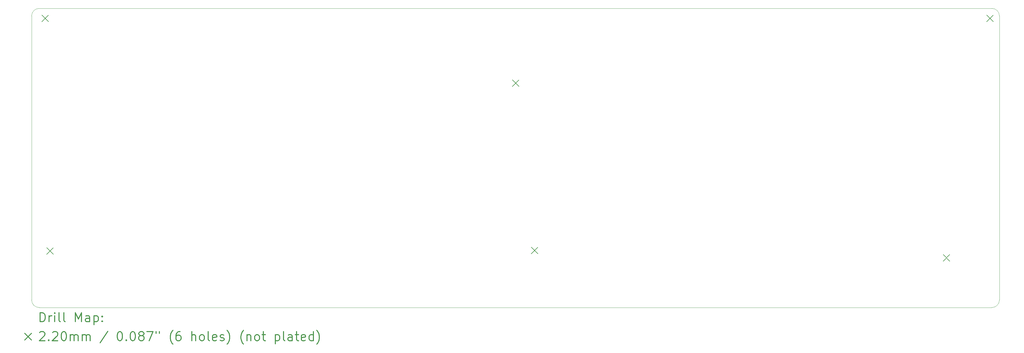
<source format=gbr>
%FSLAX45Y45*%
G04 Gerber Fmt 4.5, Leading zero omitted, Abs format (unit mm)*
G04 Created by KiCad (PCBNEW (5.1.9)-1) date 2021-05-17 18:03:41*
%MOMM*%
%LPD*%
G01*
G04 APERTURE LIST*
%TA.AperFunction,Profile*%
%ADD10C,0.100000*%
%TD*%
%ADD11C,0.200000*%
%ADD12C,0.300000*%
G04 APERTURE END LIST*
D10*
X38530000Y-19445000D02*
X38530000Y-10015000D01*
X6450000Y-19445000D02*
X6450000Y-10015000D01*
X6450000Y-10015000D02*
G75*
G02*
X6700000Y-9765000I250000J0D01*
G01*
X38530000Y-19445000D02*
G75*
G02*
X38280000Y-19695000I-250000J0D01*
G01*
X6700000Y-19695000D02*
G75*
G02*
X6450000Y-19445000I0J250000D01*
G01*
X38280000Y-9765000D02*
G75*
G02*
X38530000Y-10015000I0J-250000D01*
G01*
X6700000Y-19695000D02*
X38280000Y-19695000D01*
X38280000Y-9765000D02*
X6700000Y-9765000D01*
D11*
X6790000Y-9990000D02*
X7010000Y-10210000D01*
X7010000Y-9990000D02*
X6790000Y-10210000D01*
X6950000Y-17710000D02*
X7170000Y-17930000D01*
X7170000Y-17710000D02*
X6950000Y-17930000D01*
X22390000Y-12140000D02*
X22610000Y-12360000D01*
X22610000Y-12140000D02*
X22390000Y-12360000D01*
X23015000Y-17690000D02*
X23235000Y-17910000D01*
X23235000Y-17690000D02*
X23015000Y-17910000D01*
X36665000Y-17940000D02*
X36885000Y-18160000D01*
X36885000Y-17940000D02*
X36665000Y-18160000D01*
X38110000Y-9990000D02*
X38330000Y-10210000D01*
X38330000Y-9990000D02*
X38110000Y-10210000D01*
D12*
X6731428Y-20165714D02*
X6731428Y-19865714D01*
X6802857Y-19865714D01*
X6845714Y-19880000D01*
X6874286Y-19908572D01*
X6888571Y-19937143D01*
X6902857Y-19994286D01*
X6902857Y-20037143D01*
X6888571Y-20094286D01*
X6874286Y-20122857D01*
X6845714Y-20151429D01*
X6802857Y-20165714D01*
X6731428Y-20165714D01*
X7031428Y-20165714D02*
X7031428Y-19965714D01*
X7031428Y-20022857D02*
X7045714Y-19994286D01*
X7060000Y-19980000D01*
X7088571Y-19965714D01*
X7117143Y-19965714D01*
X7217143Y-20165714D02*
X7217143Y-19965714D01*
X7217143Y-19865714D02*
X7202857Y-19880000D01*
X7217143Y-19894286D01*
X7231428Y-19880000D01*
X7217143Y-19865714D01*
X7217143Y-19894286D01*
X7402857Y-20165714D02*
X7374286Y-20151429D01*
X7360000Y-20122857D01*
X7360000Y-19865714D01*
X7560000Y-20165714D02*
X7531428Y-20151429D01*
X7517143Y-20122857D01*
X7517143Y-19865714D01*
X7902857Y-20165714D02*
X7902857Y-19865714D01*
X8002857Y-20080000D01*
X8102857Y-19865714D01*
X8102857Y-20165714D01*
X8374286Y-20165714D02*
X8374286Y-20008572D01*
X8360000Y-19980000D01*
X8331428Y-19965714D01*
X8274286Y-19965714D01*
X8245714Y-19980000D01*
X8374286Y-20151429D02*
X8345714Y-20165714D01*
X8274286Y-20165714D01*
X8245714Y-20151429D01*
X8231428Y-20122857D01*
X8231428Y-20094286D01*
X8245714Y-20065714D01*
X8274286Y-20051429D01*
X8345714Y-20051429D01*
X8374286Y-20037143D01*
X8517143Y-19965714D02*
X8517143Y-20265714D01*
X8517143Y-19980000D02*
X8545714Y-19965714D01*
X8602857Y-19965714D01*
X8631428Y-19980000D01*
X8645714Y-19994286D01*
X8660000Y-20022857D01*
X8660000Y-20108572D01*
X8645714Y-20137143D01*
X8631428Y-20151429D01*
X8602857Y-20165714D01*
X8545714Y-20165714D01*
X8517143Y-20151429D01*
X8788571Y-20137143D02*
X8802857Y-20151429D01*
X8788571Y-20165714D01*
X8774286Y-20151429D01*
X8788571Y-20137143D01*
X8788571Y-20165714D01*
X8788571Y-19980000D02*
X8802857Y-19994286D01*
X8788571Y-20008572D01*
X8774286Y-19994286D01*
X8788571Y-19980000D01*
X8788571Y-20008572D01*
X6225000Y-20550000D02*
X6445000Y-20770000D01*
X6445000Y-20550000D02*
X6225000Y-20770000D01*
X6717143Y-20524286D02*
X6731428Y-20510000D01*
X6760000Y-20495714D01*
X6831428Y-20495714D01*
X6860000Y-20510000D01*
X6874286Y-20524286D01*
X6888571Y-20552857D01*
X6888571Y-20581429D01*
X6874286Y-20624286D01*
X6702857Y-20795714D01*
X6888571Y-20795714D01*
X7017143Y-20767143D02*
X7031428Y-20781429D01*
X7017143Y-20795714D01*
X7002857Y-20781429D01*
X7017143Y-20767143D01*
X7017143Y-20795714D01*
X7145714Y-20524286D02*
X7160000Y-20510000D01*
X7188571Y-20495714D01*
X7260000Y-20495714D01*
X7288571Y-20510000D01*
X7302857Y-20524286D01*
X7317143Y-20552857D01*
X7317143Y-20581429D01*
X7302857Y-20624286D01*
X7131428Y-20795714D01*
X7317143Y-20795714D01*
X7502857Y-20495714D02*
X7531428Y-20495714D01*
X7560000Y-20510000D01*
X7574286Y-20524286D01*
X7588571Y-20552857D01*
X7602857Y-20610000D01*
X7602857Y-20681429D01*
X7588571Y-20738572D01*
X7574286Y-20767143D01*
X7560000Y-20781429D01*
X7531428Y-20795714D01*
X7502857Y-20795714D01*
X7474286Y-20781429D01*
X7460000Y-20767143D01*
X7445714Y-20738572D01*
X7431428Y-20681429D01*
X7431428Y-20610000D01*
X7445714Y-20552857D01*
X7460000Y-20524286D01*
X7474286Y-20510000D01*
X7502857Y-20495714D01*
X7731428Y-20795714D02*
X7731428Y-20595714D01*
X7731428Y-20624286D02*
X7745714Y-20610000D01*
X7774286Y-20595714D01*
X7817143Y-20595714D01*
X7845714Y-20610000D01*
X7860000Y-20638572D01*
X7860000Y-20795714D01*
X7860000Y-20638572D02*
X7874286Y-20610000D01*
X7902857Y-20595714D01*
X7945714Y-20595714D01*
X7974286Y-20610000D01*
X7988571Y-20638572D01*
X7988571Y-20795714D01*
X8131428Y-20795714D02*
X8131428Y-20595714D01*
X8131428Y-20624286D02*
X8145714Y-20610000D01*
X8174286Y-20595714D01*
X8217143Y-20595714D01*
X8245714Y-20610000D01*
X8260000Y-20638572D01*
X8260000Y-20795714D01*
X8260000Y-20638572D02*
X8274286Y-20610000D01*
X8302857Y-20595714D01*
X8345714Y-20595714D01*
X8374286Y-20610000D01*
X8388571Y-20638572D01*
X8388571Y-20795714D01*
X8974286Y-20481429D02*
X8717143Y-20867143D01*
X9360000Y-20495714D02*
X9388571Y-20495714D01*
X9417143Y-20510000D01*
X9431428Y-20524286D01*
X9445714Y-20552857D01*
X9460000Y-20610000D01*
X9460000Y-20681429D01*
X9445714Y-20738572D01*
X9431428Y-20767143D01*
X9417143Y-20781429D01*
X9388571Y-20795714D01*
X9360000Y-20795714D01*
X9331428Y-20781429D01*
X9317143Y-20767143D01*
X9302857Y-20738572D01*
X9288571Y-20681429D01*
X9288571Y-20610000D01*
X9302857Y-20552857D01*
X9317143Y-20524286D01*
X9331428Y-20510000D01*
X9360000Y-20495714D01*
X9588571Y-20767143D02*
X9602857Y-20781429D01*
X9588571Y-20795714D01*
X9574286Y-20781429D01*
X9588571Y-20767143D01*
X9588571Y-20795714D01*
X9788571Y-20495714D02*
X9817143Y-20495714D01*
X9845714Y-20510000D01*
X9860000Y-20524286D01*
X9874286Y-20552857D01*
X9888571Y-20610000D01*
X9888571Y-20681429D01*
X9874286Y-20738572D01*
X9860000Y-20767143D01*
X9845714Y-20781429D01*
X9817143Y-20795714D01*
X9788571Y-20795714D01*
X9760000Y-20781429D01*
X9745714Y-20767143D01*
X9731428Y-20738572D01*
X9717143Y-20681429D01*
X9717143Y-20610000D01*
X9731428Y-20552857D01*
X9745714Y-20524286D01*
X9760000Y-20510000D01*
X9788571Y-20495714D01*
X10060000Y-20624286D02*
X10031428Y-20610000D01*
X10017143Y-20595714D01*
X10002857Y-20567143D01*
X10002857Y-20552857D01*
X10017143Y-20524286D01*
X10031428Y-20510000D01*
X10060000Y-20495714D01*
X10117143Y-20495714D01*
X10145714Y-20510000D01*
X10160000Y-20524286D01*
X10174286Y-20552857D01*
X10174286Y-20567143D01*
X10160000Y-20595714D01*
X10145714Y-20610000D01*
X10117143Y-20624286D01*
X10060000Y-20624286D01*
X10031428Y-20638572D01*
X10017143Y-20652857D01*
X10002857Y-20681429D01*
X10002857Y-20738572D01*
X10017143Y-20767143D01*
X10031428Y-20781429D01*
X10060000Y-20795714D01*
X10117143Y-20795714D01*
X10145714Y-20781429D01*
X10160000Y-20767143D01*
X10174286Y-20738572D01*
X10174286Y-20681429D01*
X10160000Y-20652857D01*
X10145714Y-20638572D01*
X10117143Y-20624286D01*
X10274286Y-20495714D02*
X10474286Y-20495714D01*
X10345714Y-20795714D01*
X10574286Y-20495714D02*
X10574286Y-20552857D01*
X10688571Y-20495714D02*
X10688571Y-20552857D01*
X11131428Y-20910000D02*
X11117143Y-20895714D01*
X11088571Y-20852857D01*
X11074286Y-20824286D01*
X11060000Y-20781429D01*
X11045714Y-20710000D01*
X11045714Y-20652857D01*
X11060000Y-20581429D01*
X11074286Y-20538572D01*
X11088571Y-20510000D01*
X11117143Y-20467143D01*
X11131428Y-20452857D01*
X11374286Y-20495714D02*
X11317143Y-20495714D01*
X11288571Y-20510000D01*
X11274286Y-20524286D01*
X11245714Y-20567143D01*
X11231428Y-20624286D01*
X11231428Y-20738572D01*
X11245714Y-20767143D01*
X11260000Y-20781429D01*
X11288571Y-20795714D01*
X11345714Y-20795714D01*
X11374286Y-20781429D01*
X11388571Y-20767143D01*
X11402857Y-20738572D01*
X11402857Y-20667143D01*
X11388571Y-20638572D01*
X11374286Y-20624286D01*
X11345714Y-20610000D01*
X11288571Y-20610000D01*
X11260000Y-20624286D01*
X11245714Y-20638572D01*
X11231428Y-20667143D01*
X11760000Y-20795714D02*
X11760000Y-20495714D01*
X11888571Y-20795714D02*
X11888571Y-20638572D01*
X11874286Y-20610000D01*
X11845714Y-20595714D01*
X11802857Y-20595714D01*
X11774286Y-20610000D01*
X11760000Y-20624286D01*
X12074286Y-20795714D02*
X12045714Y-20781429D01*
X12031428Y-20767143D01*
X12017143Y-20738572D01*
X12017143Y-20652857D01*
X12031428Y-20624286D01*
X12045714Y-20610000D01*
X12074286Y-20595714D01*
X12117143Y-20595714D01*
X12145714Y-20610000D01*
X12160000Y-20624286D01*
X12174286Y-20652857D01*
X12174286Y-20738572D01*
X12160000Y-20767143D01*
X12145714Y-20781429D01*
X12117143Y-20795714D01*
X12074286Y-20795714D01*
X12345714Y-20795714D02*
X12317143Y-20781429D01*
X12302857Y-20752857D01*
X12302857Y-20495714D01*
X12574286Y-20781429D02*
X12545714Y-20795714D01*
X12488571Y-20795714D01*
X12460000Y-20781429D01*
X12445714Y-20752857D01*
X12445714Y-20638572D01*
X12460000Y-20610000D01*
X12488571Y-20595714D01*
X12545714Y-20595714D01*
X12574286Y-20610000D01*
X12588571Y-20638572D01*
X12588571Y-20667143D01*
X12445714Y-20695714D01*
X12702857Y-20781429D02*
X12731428Y-20795714D01*
X12788571Y-20795714D01*
X12817143Y-20781429D01*
X12831428Y-20752857D01*
X12831428Y-20738572D01*
X12817143Y-20710000D01*
X12788571Y-20695714D01*
X12745714Y-20695714D01*
X12717143Y-20681429D01*
X12702857Y-20652857D01*
X12702857Y-20638572D01*
X12717143Y-20610000D01*
X12745714Y-20595714D01*
X12788571Y-20595714D01*
X12817143Y-20610000D01*
X12931428Y-20910000D02*
X12945714Y-20895714D01*
X12974286Y-20852857D01*
X12988571Y-20824286D01*
X13002857Y-20781429D01*
X13017143Y-20710000D01*
X13017143Y-20652857D01*
X13002857Y-20581429D01*
X12988571Y-20538572D01*
X12974286Y-20510000D01*
X12945714Y-20467143D01*
X12931428Y-20452857D01*
X13474286Y-20910000D02*
X13460000Y-20895714D01*
X13431428Y-20852857D01*
X13417143Y-20824286D01*
X13402857Y-20781429D01*
X13388571Y-20710000D01*
X13388571Y-20652857D01*
X13402857Y-20581429D01*
X13417143Y-20538572D01*
X13431428Y-20510000D01*
X13460000Y-20467143D01*
X13474286Y-20452857D01*
X13588571Y-20595714D02*
X13588571Y-20795714D01*
X13588571Y-20624286D02*
X13602857Y-20610000D01*
X13631428Y-20595714D01*
X13674286Y-20595714D01*
X13702857Y-20610000D01*
X13717143Y-20638572D01*
X13717143Y-20795714D01*
X13902857Y-20795714D02*
X13874286Y-20781429D01*
X13860000Y-20767143D01*
X13845714Y-20738572D01*
X13845714Y-20652857D01*
X13860000Y-20624286D01*
X13874286Y-20610000D01*
X13902857Y-20595714D01*
X13945714Y-20595714D01*
X13974286Y-20610000D01*
X13988571Y-20624286D01*
X14002857Y-20652857D01*
X14002857Y-20738572D01*
X13988571Y-20767143D01*
X13974286Y-20781429D01*
X13945714Y-20795714D01*
X13902857Y-20795714D01*
X14088571Y-20595714D02*
X14202857Y-20595714D01*
X14131428Y-20495714D02*
X14131428Y-20752857D01*
X14145714Y-20781429D01*
X14174286Y-20795714D01*
X14202857Y-20795714D01*
X14531428Y-20595714D02*
X14531428Y-20895714D01*
X14531428Y-20610000D02*
X14560000Y-20595714D01*
X14617143Y-20595714D01*
X14645714Y-20610000D01*
X14660000Y-20624286D01*
X14674286Y-20652857D01*
X14674286Y-20738572D01*
X14660000Y-20767143D01*
X14645714Y-20781429D01*
X14617143Y-20795714D01*
X14560000Y-20795714D01*
X14531428Y-20781429D01*
X14845714Y-20795714D02*
X14817143Y-20781429D01*
X14802857Y-20752857D01*
X14802857Y-20495714D01*
X15088571Y-20795714D02*
X15088571Y-20638572D01*
X15074286Y-20610000D01*
X15045714Y-20595714D01*
X14988571Y-20595714D01*
X14960000Y-20610000D01*
X15088571Y-20781429D02*
X15060000Y-20795714D01*
X14988571Y-20795714D01*
X14960000Y-20781429D01*
X14945714Y-20752857D01*
X14945714Y-20724286D01*
X14960000Y-20695714D01*
X14988571Y-20681429D01*
X15060000Y-20681429D01*
X15088571Y-20667143D01*
X15188571Y-20595714D02*
X15302857Y-20595714D01*
X15231428Y-20495714D02*
X15231428Y-20752857D01*
X15245714Y-20781429D01*
X15274286Y-20795714D01*
X15302857Y-20795714D01*
X15517143Y-20781429D02*
X15488571Y-20795714D01*
X15431428Y-20795714D01*
X15402857Y-20781429D01*
X15388571Y-20752857D01*
X15388571Y-20638572D01*
X15402857Y-20610000D01*
X15431428Y-20595714D01*
X15488571Y-20595714D01*
X15517143Y-20610000D01*
X15531428Y-20638572D01*
X15531428Y-20667143D01*
X15388571Y-20695714D01*
X15788571Y-20795714D02*
X15788571Y-20495714D01*
X15788571Y-20781429D02*
X15760000Y-20795714D01*
X15702857Y-20795714D01*
X15674286Y-20781429D01*
X15660000Y-20767143D01*
X15645714Y-20738572D01*
X15645714Y-20652857D01*
X15660000Y-20624286D01*
X15674286Y-20610000D01*
X15702857Y-20595714D01*
X15760000Y-20595714D01*
X15788571Y-20610000D01*
X15902857Y-20910000D02*
X15917143Y-20895714D01*
X15945714Y-20852857D01*
X15960000Y-20824286D01*
X15974286Y-20781429D01*
X15988571Y-20710000D01*
X15988571Y-20652857D01*
X15974286Y-20581429D01*
X15960000Y-20538572D01*
X15945714Y-20510000D01*
X15917143Y-20467143D01*
X15902857Y-20452857D01*
M02*

</source>
